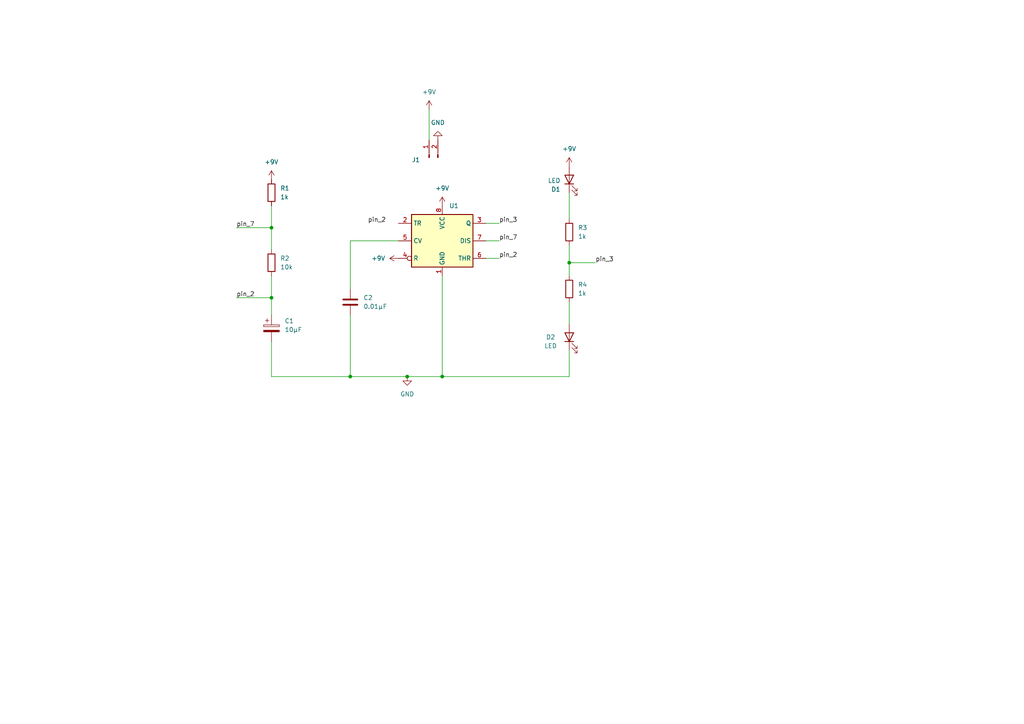
<source format=kicad_sch>
(kicad_sch (version 20211123) (generator eeschema)
  (paper "A4")
  (lib_symbols
    (symbol "Connector:Conn_01x02_Male" (pin_names (offset 1.016) hide)
      (property "Reference" "J" (at 0 2.54 0))
      (property "Value" "Conn_01x02_Male" (at 0 -5.08 0))
      (symbol "Conn_01x02_Male_1_1"
        (polyline (pts (xy 1.27 -2.54) (xy 0.8636 -2.54)) (stroke (width 0.1524)))
        (polyline (pts (xy 1.27 0) (xy 0.8636 0)) (stroke (width 0.1524)))
        (rectangle (start 0.8636 -2.413) (end 0 -2.667) (stroke (width 0.1524)) (fill (type outline)))
        (rectangle (start 0.8636 0.127) (end 0 -0.127) (stroke (width 0.1524)) (fill (type outline)))
        (pin passive line (at 5.08 0 180) (length 3.81) (name "Pin_1") (number "1"))
        (pin passive line (at 5.08 -2.54 180) (length 3.81) (name "Pin_2") (number "2"))
      )
    )
    (symbol "Device:C" (pin_numbers hide) (pin_names (offset 0.254))
      (property "Reference" "C" (at 0.635 2.54 0))
      (property "Value" "C" (at 0.635 -2.54 0))
      (symbol "C_0_1"
        (polyline (pts (xy -2.032 -0.762) (xy 2.032 -0.762)) (stroke (width 0.508)))
        (polyline (pts (xy -2.032 0.762) (xy 2.032 0.762)) (stroke (width 0.508)))
      )
      (symbol "C_1_1"
        (pin passive line (at 0 3.81 270) (length 2.794) (name "~") (number "1"))
        (pin passive line (at 0 -3.81 90) (length 2.794) (name "~") (number "2"))
      )
    )
    (symbol "Device:C_Polarized" (pin_numbers hide) (pin_names (offset 0.254))
      (property "Reference" "C" (at 0.635 2.54 0))
      (property "Value" "C_Polarized" (at 0.635 -2.54 0))
      (symbol "C_Polarized_0_1"
        (rectangle (start -2.286 0.508) (end 2.286 1.016))
        (polyline (pts (xy -1.778 2.286) (xy -0.762 2.286)))
        (polyline (pts (xy -1.27 2.794) (xy -1.27 1.778)))
        (rectangle (start 2.286 -0.508) (end -2.286 -1.016) (fill (type outline)))
      )
      (symbol "C_Polarized_1_1"
        (pin passive line (at 0 3.81 270) (length 2.794) (name "~") (number "1"))
        (pin passive line (at 0 -3.81 90) (length 2.794) (name "~") (number "2"))
      )
    )
    (symbol "Device:LED" (pin_numbers hide) (pin_names (offset 1.016) hide)
      (property "Reference" "D" (at 0 2.54 0))
      (property "Value" "LED" (at 0 -2.54 0))
      (symbol "LED_0_1"
        (polyline (pts (xy -1.27 -1.27) (xy -1.27 1.27)) (stroke (width 0.254)))
        (polyline (pts (xy -1.27 0) (xy 1.27 0)))
        (polyline (pts (xy 1.27 -1.27) (xy 1.27 1.27) (xy -1.27 0) (xy 1.27 -1.27)) (stroke (width 0.254)))
        (polyline (pts (xy -3.048 -0.762) (xy -4.572 -2.286) (xy -3.81 -2.286) (xy -4.572 -2.286) (xy -4.572 -1.524)))
        (polyline (pts (xy -1.778 -0.762) (xy -3.302 -2.286) (xy -2.54 -2.286) (xy -3.302 -2.286) (xy -3.302 -1.524)))
      )
      (symbol "LED_1_1"
        (pin passive line (at -3.81 0 0) (length 2.54) (name "K") (number "1"))
        (pin passive line (at 3.81 0 180) (length 2.54) (name "A") (number "2"))
      )
    )
    (symbol "Device:R" (pin_numbers hide) (pin_names (offset 0))
      (property "Reference" "R" (at 2.032 0 90))
      (property "Value" "R" (at 0 0 90))
      (symbol "R_0_1"
        (rectangle (start -1.016 -2.54) (end 1.016 2.54) (stroke (width 0.254)))
      )
      (symbol "R_1_1"
        (pin passive line (at 0 3.81 270) (length 1.27) (name "~") (number "1"))
        (pin passive line (at 0 -3.81 90) (length 1.27) (name "~") (number "2"))
      )
    )
    (symbol "Timer:NE555D"
      (property "Reference" "U" (at -10.16 8.89 0))
      (property "Value" "NE555D" (at 2.54 8.89 0))
      (symbol "NE555D_0_0"
        (pin power_in line (at 0 -10.16 90) (length 2.54) (name "GND") (number "1"))
        (pin power_in line (at 0 10.16 270) (length 2.54) (name "VCC") (number "8"))
      )
      (symbol "NE555D_0_1"
        (rectangle (start -8.89 -7.62) (end 8.89 7.62) (stroke (width 0.254)) (fill (type background)))
        (rectangle (start -8.89 -7.62) (end 8.89 7.62) (stroke (width 0.254)) (fill (type background)))
      )
      (symbol "NE555D_1_1"
        (pin input line (at -12.7 5.08 0) (length 3.81) (name "TR") (number "2"))
        (pin output line (at 12.7 5.08 180) (length 3.81) (name "Q") (number "3"))
        (pin input inverted (at -12.7 -5.08 0) (length 3.81) (name "R") (number "4"))
        (pin input line (at -12.7 0 0) (length 3.81) (name "CV") (number "5"))
        (pin input line (at 12.7 -5.08 180) (length 3.81) (name "THR") (number "6"))
        (pin input line (at 12.7 0 180) (length 3.81) (name "DIS") (number "7"))
      )
    )
    (symbol "power:+9V" (power) (pin_names (offset 0))
      (property "Value" "+9V" (at 0 3.556 0))
      (symbol "+9V_0_1"
        (polyline (pts (xy -0.762 1.27) (xy 0 2.54)))
        (polyline (pts (xy 0 0) (xy 0 2.54)))
        (polyline (pts (xy 0 2.54) (xy 0.762 1.27)))
      )
      (symbol "+9V_1_1"
        (pin power_in line (at 0 0 90) (length 0) hide (name "+9V") (number "1"))
      )
    )
    (symbol "power:GND" (power) (pin_names (offset 0))
      (property "Value" "GND" (at 0 -3.81 0))
      (symbol "GND_0_1"
        (polyline (pts (xy 0 0) (xy 0 -1.27) (xy 1.27 -1.27) (xy 0 -2.54) (xy -1.27 -1.27) (xy 0 -1.27)))
      )
      (symbol "GND_1_1"
        (pin power_in line (at 0 0 270) (length 0) hide (name "GND") (number "1"))
      )
    )
  )
  (junction (at 118.11 109.22))
  (junction (at 78.74 86.36))
  (junction (at 165.1 76.2))
  (junction (at 101.6 109.22))
  (junction (at 78.74 66.04))
  (junction (at 128.27 109.22))
  (wire (pts (xy 140.97 69.85) (xy 144.78 69.85)))
  (wire (pts (xy 124.46 31.75) (xy 124.46 40.64)))
  (wire (pts (xy 165.1 76.2) (xy 165.1 80.01)))
  (wire (pts (xy 78.74 80.01) (xy 78.74 86.36)))
  (wire (pts (xy 128.27 109.22) (xy 165.1 109.22)))
  (wire (pts (xy 101.6 69.85) (xy 115.57 69.85)))
  (wire (pts (xy 140.97 64.77) (xy 144.78 64.77)))
  (wire (pts (xy 165.1 76.2) (xy 172.72 76.2)))
  (wire (pts (xy 78.74 66.04) (xy 78.74 72.39)))
  (wire (pts (xy 68.58 86.36) (xy 78.74 86.36)))
  (wire (pts (xy 140.97 74.93) (xy 144.78 74.93)))
  (wire (pts (xy 128.27 80.01) (xy 128.27 109.22)))
  (wire (pts (xy 165.1 55.88) (xy 165.1 63.5)))
  (wire (pts (xy 78.74 86.36) (xy 78.74 91.44)))
  (wire (pts (xy 101.6 109.22) (xy 101.6 91.44)))
  (wire (pts (xy 165.1 101.6) (xy 165.1 109.22)))
  (wire (pts (xy 78.74 99.06) (xy 78.74 109.22)))
  (wire (pts (xy 165.1 71.12) (xy 165.1 76.2)))
  (wire (pts (xy 101.6 83.82) (xy 101.6 69.85)))
  (wire (pts (xy 78.74 109.22) (xy 101.6 109.22)))
  (wire (pts (xy 68.58 66.04) (xy 78.74 66.04)))
  (wire (pts (xy 101.6 109.22) (xy 118.11 109.22)))
  (wire (pts (xy 78.74 59.69) (xy 78.74 66.04)))
  (wire (pts (xy 118.11 109.22) (xy 128.27 109.22)))
  (wire (pts (xy 165.1 87.63) (xy 165.1 93.98)))
  (label "pin_3" (at 172.72 76.2 0))
  (label "pin_2" (at 144.78 74.93 0))
  (label "pin_2" (at 68.58 86.36 0))
  (label "pin_3" (at 144.78 64.77 0))
  (label "pin_2" (at 106.68 64.77 0))
  (label "pin_7" (at 144.78 69.85 0))
  (label "pin_7" (at 68.58 66.04 0))
  (symbol (lib_id "Device:LED") (at 165.1 52.07 90) (unit 1)
    (property "Reference" "D1" (at 162.56 54.9276 90) (effects (justify left)))
    (property "Value" "LED" (at 162.56 52.3876 90) (effects (justify left)))
  )
  (symbol (lib_id "Connector:Conn_01x02_Male") (at 124.46 45.72 90) (unit 1)
    (property "Reference" "J1" (at 120.65 46.355 90))
    (property "Value" "conn" (effects hide))
  )
  (symbol (lib_id "Device:R") (at 165.1 67.31 0) (unit 1)
    (property "Reference" "R3" (at 167.64 66.0399 0) (effects (justify left)))
    (property "Value" "1k" (at 167.64 68.5799 0) (effects (justify left)))
  )
  (symbol (lib_id "Device:C") (at 101.6 87.63 0) (unit 1)
    (property "Reference" "C2" (at 105.41 86.3599 0) (effects (justify left)))
    (property "Value" "0.01µF" (at 105.41 88.8999 0) (effects (justify left)))
  )
  (symbol (lib_id "Device:R") (at 78.74 55.88 0) (unit 1)
    (property "Reference" "R1" (at 81.28 54.6099 0) (effects (justify left)))
    (property "Value" "1k" (at 81.28 57.1499 0) (effects (justify left)))
  )
  (symbol (lib_id "Device:R") (at 165.1 83.82 0) (unit 1)
    (property "Reference" "R4" (at 167.64 82.5499 0) (effects (justify left)))
    (property "Value" "1k" (at 167.64 85.0899 0) (effects (justify left)))
  )
  (symbol (lib_id "power:GND") (at 127 40.64 180) (unit 1)
    (property "Reference" "#PWR02" (effects hide))
    (property "Value" "GND" (at 127 35.56 0))
  )
  (symbol (lib_id "power:GND") (at 118.11 109.22 0) (unit 1)
    (property "Reference" "#PWR07" (effects hide))
    (property "Value" "GND" (at 118.11 114.3 0))
  )
  (symbol (lib_id "Device:R") (at 78.74 76.2 0) (unit 1)
    (property "Reference" "R2" (at 81.28 74.9299 0) (effects (justify left)))
    (property "Value" "10k" (at 81.28 77.4699 0) (effects (justify left)))
  )
  (symbol (lib_id "Timer:NE555D") (at 128.27 69.85 0) (unit 1)
    (property "Reference" "U1" (at 130.2894 59.69 0) (effects (justify left)))
    (property "Value" "NE555D" (effects hide))
    (property "Footprint" "Package_SO:SOIC-8_3.9x4.9mm_P1.27mm" (effects hide))
    (property "Datasheet" "http://www.ti.com/lit/ds/symlink/ne555.pdf" (effects hide))
  )
  (symbol (lib_id "power:+9V") (at 78.74 52.07 0) (unit 1)
    (property "Reference" "#PWR04" (effects hide))
    (property "Value" "+9V" (at 78.74 46.99 0))
  )
  (symbol (lib_id "Device:LED") (at 165.1 97.79 90) (unit 1)
    (property "Reference" "D2" (at 159.7025 97.79 90))
    (property "Value" "LED" (at 159.7025 100.33 90))
  )
  (symbol (lib_id "power:+9V") (at 165.1 48.26 0) (unit 1)
    (property "Reference" "#PWR03" (effects hide))
    (property "Value" "+9V" (at 165.1 43.18 0))
  )
  (symbol (lib_id "Device:C_Polarized") (at 78.74 95.25 0) (unit 1)
    (property "Reference" "C1" (at 82.55 93.0909 0) (effects (justify left)))
    (property "Value" "10µF" (at 82.55 95.6309 0) (effects (justify left)))
  )
  (symbol (lib_id "power:+9V") (at 115.57 74.93 90) (unit 1)
    (property "Reference" "#PWR06" (effects hide))
    (property "Value" "+9V" (at 111.76 74.9299 90) (effects (justify left)))
  )
  (symbol (lib_id "power:+9V") (at 124.46 31.75 0) (unit 1)
    (property "Reference" "#PWR01" (effects hide))
    (property "Value" "+9V" (at 124.46 26.67 0))
  )
  (symbol (lib_id "power:+9V") (at 128.27 59.69 0) (unit 1)
    (property "Reference" "#PWR05" (effects hide))
    (property "Value" "+9V" (at 128.27 54.61 0))
  )
)
</source>
